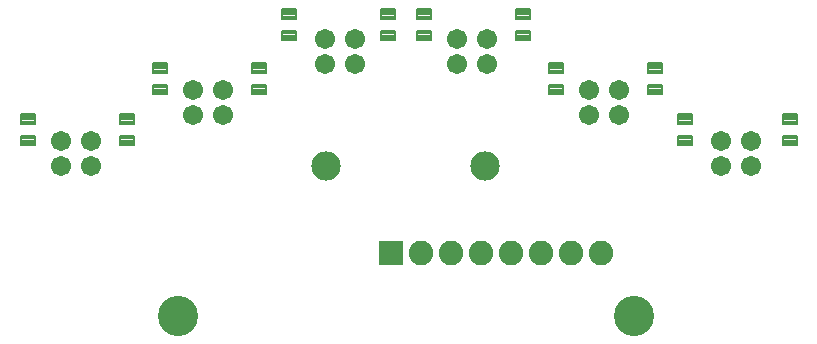
<source format=gts>
G75*
G70*
%OFA0B0*%
%FSLAX24Y24*%
%IPPOS*%
%LPD*%
%AMOC8*
5,1,8,0,0,1.08239X$1,22.5*
%
%ADD10C,0.1340*%
%ADD11C,0.0980*%
%ADD12C,0.0674*%
%ADD13C,0.0075*%
%ADD14R,0.0820X0.0820*%
%ADD15C,0.0820*%
D10*
X012033Y005900D03*
X027233Y005900D03*
D11*
X022283Y010900D03*
X016983Y010900D03*
D12*
X013533Y012590D03*
X012533Y012590D03*
X012533Y013420D03*
X013533Y013420D03*
X016933Y014290D03*
X017933Y014290D03*
X017933Y015120D03*
X016933Y015120D03*
X021333Y015120D03*
X022333Y015120D03*
X022333Y014290D03*
X021333Y014290D03*
X025733Y013420D03*
X026733Y013420D03*
X026733Y012590D03*
X025733Y012590D03*
X030133Y011720D03*
X031133Y011720D03*
X031133Y010890D03*
X030133Y010890D03*
X009133Y010890D03*
X008133Y010890D03*
X008133Y011720D03*
X009133Y011720D03*
D13*
X010572Y011586D02*
X010572Y011906D01*
X010572Y011586D02*
X010094Y011586D01*
X010094Y011906D01*
X010572Y011906D01*
X010572Y011660D02*
X010094Y011660D01*
X010094Y011734D02*
X010572Y011734D01*
X010572Y011808D02*
X010094Y011808D01*
X010094Y011882D02*
X010572Y011882D01*
X010572Y012294D02*
X010572Y012614D01*
X010572Y012294D02*
X010094Y012294D01*
X010094Y012614D01*
X010572Y012614D01*
X010572Y012368D02*
X010094Y012368D01*
X010094Y012442D02*
X010572Y012442D01*
X010572Y012516D02*
X010094Y012516D01*
X010094Y012590D02*
X010572Y012590D01*
X011672Y013286D02*
X011672Y013606D01*
X011672Y013286D02*
X011194Y013286D01*
X011194Y013606D01*
X011672Y013606D01*
X011672Y013360D02*
X011194Y013360D01*
X011194Y013434D02*
X011672Y013434D01*
X011672Y013508D02*
X011194Y013508D01*
X011194Y013582D02*
X011672Y013582D01*
X011672Y013994D02*
X011672Y014314D01*
X011672Y013994D02*
X011194Y013994D01*
X011194Y014314D01*
X011672Y014314D01*
X011672Y014068D02*
X011194Y014068D01*
X011194Y014142D02*
X011672Y014142D01*
X011672Y014216D02*
X011194Y014216D01*
X011194Y014290D02*
X011672Y014290D01*
X014972Y014314D02*
X014972Y013994D01*
X014494Y013994D01*
X014494Y014314D01*
X014972Y014314D01*
X014972Y014068D02*
X014494Y014068D01*
X014494Y014142D02*
X014972Y014142D01*
X014972Y014216D02*
X014494Y014216D01*
X014494Y014290D02*
X014972Y014290D01*
X014972Y013606D02*
X014972Y013286D01*
X014494Y013286D01*
X014494Y013606D01*
X014972Y013606D01*
X014972Y013360D02*
X014494Y013360D01*
X014494Y013434D02*
X014972Y013434D01*
X014972Y013508D02*
X014494Y013508D01*
X014494Y013582D02*
X014972Y013582D01*
X015972Y015086D02*
X015972Y015406D01*
X015972Y015086D02*
X015494Y015086D01*
X015494Y015406D01*
X015972Y015406D01*
X015972Y015160D02*
X015494Y015160D01*
X015494Y015234D02*
X015972Y015234D01*
X015972Y015308D02*
X015494Y015308D01*
X015494Y015382D02*
X015972Y015382D01*
X015972Y015794D02*
X015972Y016114D01*
X015972Y015794D02*
X015494Y015794D01*
X015494Y016114D01*
X015972Y016114D01*
X015972Y015868D02*
X015494Y015868D01*
X015494Y015942D02*
X015972Y015942D01*
X015972Y016016D02*
X015494Y016016D01*
X015494Y016090D02*
X015972Y016090D01*
X019272Y016114D02*
X019272Y015794D01*
X018794Y015794D01*
X018794Y016114D01*
X019272Y016114D01*
X019272Y015868D02*
X018794Y015868D01*
X018794Y015942D02*
X019272Y015942D01*
X019272Y016016D02*
X018794Y016016D01*
X018794Y016090D02*
X019272Y016090D01*
X020472Y016114D02*
X020472Y015794D01*
X019994Y015794D01*
X019994Y016114D01*
X020472Y016114D01*
X020472Y015868D02*
X019994Y015868D01*
X019994Y015942D02*
X020472Y015942D01*
X020472Y016016D02*
X019994Y016016D01*
X019994Y016090D02*
X020472Y016090D01*
X020472Y015406D02*
X020472Y015086D01*
X019994Y015086D01*
X019994Y015406D01*
X020472Y015406D01*
X020472Y015160D02*
X019994Y015160D01*
X019994Y015234D02*
X020472Y015234D01*
X020472Y015308D02*
X019994Y015308D01*
X019994Y015382D02*
X020472Y015382D01*
X019272Y015406D02*
X019272Y015086D01*
X018794Y015086D01*
X018794Y015406D01*
X019272Y015406D01*
X019272Y015160D02*
X018794Y015160D01*
X018794Y015234D02*
X019272Y015234D01*
X019272Y015308D02*
X018794Y015308D01*
X018794Y015382D02*
X019272Y015382D01*
X023772Y015406D02*
X023772Y015086D01*
X023294Y015086D01*
X023294Y015406D01*
X023772Y015406D01*
X023772Y015160D02*
X023294Y015160D01*
X023294Y015234D02*
X023772Y015234D01*
X023772Y015308D02*
X023294Y015308D01*
X023294Y015382D02*
X023772Y015382D01*
X023772Y015794D02*
X023772Y016114D01*
X023772Y015794D02*
X023294Y015794D01*
X023294Y016114D01*
X023772Y016114D01*
X023772Y015868D02*
X023294Y015868D01*
X023294Y015942D02*
X023772Y015942D01*
X023772Y016016D02*
X023294Y016016D01*
X023294Y016090D02*
X023772Y016090D01*
X024872Y014314D02*
X024872Y013994D01*
X024394Y013994D01*
X024394Y014314D01*
X024872Y014314D01*
X024872Y014068D02*
X024394Y014068D01*
X024394Y014142D02*
X024872Y014142D01*
X024872Y014216D02*
X024394Y014216D01*
X024394Y014290D02*
X024872Y014290D01*
X024872Y013606D02*
X024872Y013286D01*
X024394Y013286D01*
X024394Y013606D01*
X024872Y013606D01*
X024872Y013360D02*
X024394Y013360D01*
X024394Y013434D02*
X024872Y013434D01*
X024872Y013508D02*
X024394Y013508D01*
X024394Y013582D02*
X024872Y013582D01*
X028172Y013606D02*
X028172Y013286D01*
X027694Y013286D01*
X027694Y013606D01*
X028172Y013606D01*
X028172Y013360D02*
X027694Y013360D01*
X027694Y013434D02*
X028172Y013434D01*
X028172Y013508D02*
X027694Y013508D01*
X027694Y013582D02*
X028172Y013582D01*
X028172Y013994D02*
X028172Y014314D01*
X028172Y013994D02*
X027694Y013994D01*
X027694Y014314D01*
X028172Y014314D01*
X028172Y014068D02*
X027694Y014068D01*
X027694Y014142D02*
X028172Y014142D01*
X028172Y014216D02*
X027694Y014216D01*
X027694Y014290D02*
X028172Y014290D01*
X029172Y012614D02*
X029172Y012294D01*
X028694Y012294D01*
X028694Y012614D01*
X029172Y012614D01*
X029172Y012368D02*
X028694Y012368D01*
X028694Y012442D02*
X029172Y012442D01*
X029172Y012516D02*
X028694Y012516D01*
X028694Y012590D02*
X029172Y012590D01*
X029172Y011906D02*
X029172Y011586D01*
X028694Y011586D01*
X028694Y011906D01*
X029172Y011906D01*
X029172Y011660D02*
X028694Y011660D01*
X028694Y011734D02*
X029172Y011734D01*
X029172Y011808D02*
X028694Y011808D01*
X028694Y011882D02*
X029172Y011882D01*
X032672Y011906D02*
X032672Y011586D01*
X032194Y011586D01*
X032194Y011906D01*
X032672Y011906D01*
X032672Y011660D02*
X032194Y011660D01*
X032194Y011734D02*
X032672Y011734D01*
X032672Y011808D02*
X032194Y011808D01*
X032194Y011882D02*
X032672Y011882D01*
X032672Y012294D02*
X032672Y012614D01*
X032672Y012294D02*
X032194Y012294D01*
X032194Y012614D01*
X032672Y012614D01*
X032672Y012368D02*
X032194Y012368D01*
X032194Y012442D02*
X032672Y012442D01*
X032672Y012516D02*
X032194Y012516D01*
X032194Y012590D02*
X032672Y012590D01*
X007272Y012614D02*
X007272Y012294D01*
X006794Y012294D01*
X006794Y012614D01*
X007272Y012614D01*
X007272Y012368D02*
X006794Y012368D01*
X006794Y012442D02*
X007272Y012442D01*
X007272Y012516D02*
X006794Y012516D01*
X006794Y012590D02*
X007272Y012590D01*
X007272Y011906D02*
X007272Y011586D01*
X006794Y011586D01*
X006794Y011906D01*
X007272Y011906D01*
X007272Y011660D02*
X006794Y011660D01*
X006794Y011734D02*
X007272Y011734D01*
X007272Y011808D02*
X006794Y011808D01*
X006794Y011882D02*
X007272Y011882D01*
D14*
X019133Y008000D03*
D15*
X020133Y008000D03*
X021133Y008000D03*
X022133Y008000D03*
X023133Y008000D03*
X024133Y008000D03*
X025133Y008000D03*
X026133Y008000D03*
M02*

</source>
